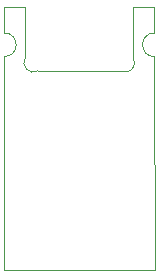
<source format=gbr>
%TF.GenerationSoftware,KiCad,Pcbnew,7.0.6*%
%TF.CreationDate,2023-09-20T23:26:58+02:00*%
%TF.ProjectId,epi_ESP32 (2023_01_16 13_30_41 UTC),6570695f-4553-4503-9332-202832303233,1_1*%
%TF.SameCoordinates,Original*%
%TF.FileFunction,Profile,NP*%
%FSLAX46Y46*%
G04 Gerber Fmt 4.6, Leading zero omitted, Abs format (unit mm)*
G04 Created by KiCad (PCBNEW 7.0.6) date 2023-09-20 23:26:58*
%MOMM*%
%LPD*%
G01*
G04 APERTURE LIST*
%TA.AperFunction,Profile*%
%ADD10C,0.100000*%
%TD*%
%TA.AperFunction,Profile*%
%ADD11C,0.050000*%
%TD*%
G04 APERTURE END LIST*
D10*
X97890000Y-49918500D02*
X97890000Y-52150000D01*
D11*
X97895036Y-72200000D02*
X110620036Y-72200000D01*
D10*
X110590000Y-52150000D02*
G75*
G03*
X110590000Y-54150000I0J-1000000D01*
G01*
X97890000Y-54150000D02*
G75*
G03*
X97890000Y-52150000I0J1000000D01*
G01*
X108795036Y-49918500D02*
X110590000Y-49918500D01*
X110590000Y-52150000D02*
X110590000Y-49918500D01*
X97890000Y-49918500D02*
X99668345Y-49915247D01*
X110620036Y-72200000D02*
X110590000Y-54150000D01*
X97890000Y-54150000D02*
X97895036Y-72200000D01*
%TO.C,J3*%
X108795036Y-54227144D02*
X108795036Y-49918500D01*
X100740000Y-55355000D02*
X107740000Y-55355000D01*
X99668345Y-49915247D02*
X99668345Y-54223891D01*
X107740000Y-55355000D02*
G75*
G03*
X108795035Y-54227144I394993J687896D01*
G01*
X99668345Y-54223891D02*
G75*
G03*
X100740000Y-55355000I664855J-443309D01*
G01*
%TD*%
M02*

</source>
